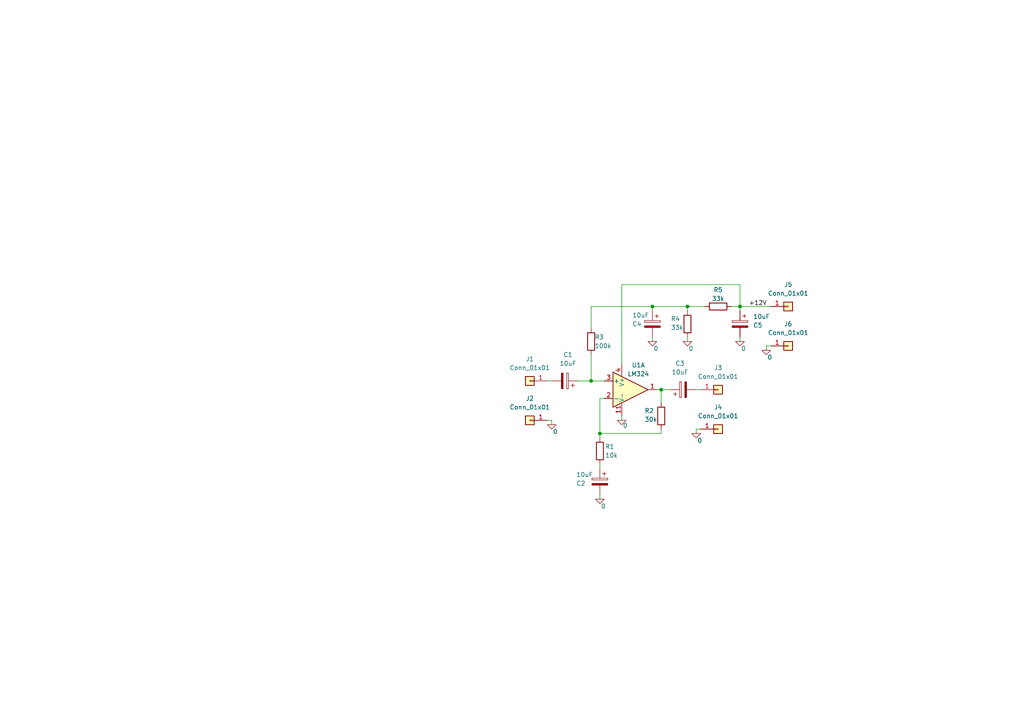
<source format=kicad_sch>
(kicad_sch (version 20250114) (generator "eeschema") (generator_version "9.0")
  (paper "A4")
  (lib_symbols
    (symbol "Amplifier_Operational:LM324" (pin_names (offset 0.127))
      (property "Reference" "U" (at 0 5.08 0))
      (property "Value" "LM324" (at 0 -5.08 0))
      (symbol "LM324_1_1"
        (polyline (pts (xy -5.08 5.08) (xy 5.08 0) (xy -5.08 -5.08) (xy -5.08 5.08)) (stroke (width 0.254)) (fill (type background)))
        (pin input line (at -7.62 2.54 0) (length 2.54) (name "+") (number "3"))
        (pin input line (at -7.62 -2.54 0) (length 2.54) (name "-") (number "2"))
        (pin output line (at 7.62 0 180) (length 2.54) (name "~") (number "1"))
      )
      (symbol "LM324_2_1"
        (polyline (pts (xy -5.08 5.08) (xy 5.08 0) (xy -5.08 -5.08) (xy -5.08 5.08)) (stroke (width 0.254)) (fill (type background)))
        (pin input line (at -7.62 2.54 0) (length 2.54) (name "+") (number "5"))
        (pin input line (at -7.62 -2.54 0) (length 2.54) (name "-") (number "6"))
        (pin output line (at 7.62 0 180) (length 2.54) (name "~") (number "7"))
      )
      (symbol "LM324_3_1"
        (polyline (pts (xy -5.08 5.08) (xy 5.08 0) (xy -5.08 -5.08) (xy -5.08 5.08)) (stroke (width 0.254)) (fill (type background)))
        (pin input line (at -7.62 2.54 0) (length 2.54) (name "+") (number "10"))
        (pin input line (at -7.62 -2.54 0) (length 2.54) (name "-") (number "9"))
        (pin output line (at 7.62 0 180) (length 2.54) (name "~") (number "8"))
      )
      (symbol "LM324_4_1"
        (polyline (pts (xy -5.08 5.08) (xy 5.08 0) (xy -5.08 -5.08) (xy -5.08 5.08)) (stroke (width 0.254)) (fill (type background)))
        (pin input line (at -7.62 2.54 0) (length 2.54) (name "+") (number "12"))
        (pin input line (at -7.62 -2.54 0) (length 2.54) (name "-") (number "13"))
        (pin output line (at 7.62 0 180) (length 2.54) (name "~") (number "14"))
      )
      (symbol "LM324_5_1"
        (pin power_in line (at -2.54 7.62 270) (length 3.81) (name "V+") (number "4"))
        (pin power_in line (at -2.54 -7.62 90) (length 3.81) (name "V-") (number "11"))
      )
    )
    (symbol "Connector_Generic:Conn_01x01" (pin_names (offset 1.016) (hide yes))
      (property "Reference" "J" (at 0 2.54 0))
      (property "Value" "Conn_01x01" (at 0 -2.54 0))
      (symbol "Conn_01x01_1_1"
        (rectangle (start -1.27 1.27) (end 1.27 -1.27) (stroke (width 0.254)) (fill (type background)))
        (rectangle (start -1.27 0.127) (end 0 -0.127) (stroke (width 0.1524)))
        (pin passive line (at -5.08 0 0) (length 3.81) (name "Pin_1") (number "1"))
      )
    )
    (symbol "Device:C_Polarized" (pin_numbers (hide yes)) (pin_names (offset 0.254))
      (property "Reference" "C" (at 0.635 2.54 0))
      (property "Value" "C_Polarized" (at 0.635 -2.54 0))
      (symbol "C_Polarized_0_1"
        (rectangle (start -2.286 0.508) (end 2.286 1.016))
        (polyline (pts (xy -1.778 2.286) (xy -0.762 2.286)))
        (polyline (pts (xy -1.27 2.794) (xy -1.27 1.778)))
        (rectangle (start 2.286 -0.508) (end -2.286 -1.016) (fill (type outline)))
      )
      (symbol "C_Polarized_1_1"
        (pin passive line (at 0 3.81 270) (length 2.794) (name "~") (number "1"))
        (pin passive line (at 0 -3.81 90) (length 2.794) (name "~") (number "2"))
      )
    )
    (symbol "Device:R" (pin_numbers (hide yes)) (pin_names (offset 0))
      (property "Reference" "R" (at 2.032 0 90))
      (property "Value" "R" (at 0 0 90))
      (symbol "R_0_1"
        (rectangle (start -1.016 -2.54) (end 1.016 2.54) (stroke (width 0.254)))
      )
      (symbol "R_1_1"
        (pin passive line (at 0 3.81 270) (length 1.27) (name "~") (number "1"))
        (pin passive line (at 0 -3.81 90) (length 1.27) (name "~") (number "2"))
      )
    )
    (symbol "Simulation_SPICE:0" (power) (pin_numbers (hide yes)) (pin_names (offset 0) (hide yes))
      (property "Value" "0" (at 0 -2.54 0))
      (symbol "0_0_1"
        (polyline (pts (xy -1.27 0) (xy 0 -1.27) (xy 1.27 0) (xy -1.27 0)))
      )
      (symbol "0_1_1"
        (pin power_in line (at 0 0 0) (length 0) (name "~") (number "1"))
      )
    )
  )
  (junction (at 214.63 88.9))
  (junction (at 173.99 125.73))
  (junction (at 191.77 113.03))
  (junction (at 189.23 88.9))
  (junction (at 199.39 88.9))
  (junction (at 171.45 110.49))
  (wire (pts (xy 199.39 88.9) (xy 204.47 88.9)))
  (wire (pts (xy 160.02 121.92) (xy 160.02 123.19)))
  (wire (pts (xy 171.45 102.87) (xy 171.45 110.49)))
  (wire (pts (xy 189.23 97.79) (xy 189.23 99.06)))
  (wire (pts (xy 180.34 120.65) (xy 180.34 121.92)))
  (wire (pts (xy 173.99 115.57) (xy 173.99 125.73)))
  (wire (pts (xy 189.23 88.9) (xy 189.23 90.17)))
  (wire (pts (xy 180.34 82.55) (xy 180.34 105.41)))
  (wire (pts (xy 173.99 125.73) (xy 191.77 125.73)))
  (wire (pts (xy 222.25 100.33) (xy 222.25 101.6)))
  (wire (pts (xy 171.45 110.49) (xy 175.26 110.49)))
  (wire (pts (xy 190.5 113.03) (xy 191.77 113.03)))
  (wire (pts (xy 158.75 121.92) (xy 160.02 121.92)))
  (wire (pts (xy 214.63 88.9) (xy 214.63 82.55)))
  (wire (pts (xy 214.63 82.55) (xy 180.34 82.55)))
  (wire (pts (xy 171.45 88.9) (xy 189.23 88.9)))
  (wire (pts (xy 199.39 90.17) (xy 199.39 88.9)))
  (wire (pts (xy 173.99 125.73) (xy 173.99 127)))
  (wire (pts (xy 173.99 134.62) (xy 173.99 135.89)))
  (wire (pts (xy 158.75 110.49) (xy 160.02 110.49)))
  (wire (pts (xy 191.77 113.03) (xy 194.31 113.03)))
  (wire (pts (xy 212.09 88.9) (xy 214.63 88.9)))
  (wire (pts (xy 201.93 113.03) (xy 203.2 113.03)))
  (wire (pts (xy 203.2 124.46) (xy 201.93 124.46)))
  (wire (pts (xy 199.39 97.79) (xy 199.39 99.06)))
  (wire (pts (xy 214.63 88.9) (xy 223.52 88.9)))
  (wire (pts (xy 167.64 110.49) (xy 171.45 110.49)))
  (wire (pts (xy 214.63 97.79) (xy 214.63 99.06)))
  (wire (pts (xy 201.93 124.46) (xy 201.93 125.73)))
  (wire (pts (xy 214.63 88.9) (xy 214.63 90.17)))
  (wire (pts (xy 173.99 143.51) (xy 173.99 144.78)))
  (wire (pts (xy 191.77 124.46) (xy 191.77 125.73)))
  (wire (pts (xy 175.26 115.57) (xy 173.99 115.57)))
  (wire (pts (xy 191.77 113.03) (xy 191.77 116.84)))
  (wire (pts (xy 199.39 88.9) (xy 189.23 88.9)))
  (wire (pts (xy 223.52 100.33) (xy 222.25 100.33)))
  (wire (pts (xy 171.45 95.25) (xy 171.45 88.9)))
  (label "+12V" (at 217.17 88.9 0))
  (symbol (lib_id "Device:R") (at 199.39 93.98 0) (unit 1)
    (property "Reference" "R4" (at 194.564 92.456 0) (effects (justify left)))
    (property "Value" "33k" (at 194.564 94.996 0) (effects (justify left)))
    (property "Footprint" "Resistor_THT:R_Axial_DIN0207_L6.3mm_D2.5mm_P7.62mm_Horizontal" (effects (hide yes)))
    (property "Description" "Resistor" (effects (hide yes)))
  )
  (symbol (lib_id "Connector_Generic:Conn_01x01") (at 228.6 88.9 0) (unit 1)
    (property "Reference" "J5" (at 228.6 82.55 0))
    (property "Value" "Conn_01x01" (at 228.6 85.09 0))
    (property "Footprint" "Connector_PinHeader_2.54mm:PinHeader_1x01_P2.54mm_Vertical" (effects (hide yes)))
    (property "Description" "Generic connector, single row, 01x01, script generated (kicad-library-utils/schlib/autogen/connector/)" (effects (hide yes)))
  )
  (symbol (lib_id "Connector_Generic:Conn_01x01") (at 153.67 121.92 0) (mirror y) (unit 1)
    (property "Reference" "J2" (at 153.67 115.57 0))
    (property "Value" "Conn_01x01" (at 153.67 118.11 0))
    (property "Footprint" "Connector_PinHeader_2.54mm:PinHeader_1x01_P2.54mm_Vertical" (effects (hide yes)))
    (property "Description" "Generic connector, single row, 01x01, script generated (kicad-library-utils/schlib/autogen/connector/)" (effects (hide yes)))
  )
  (symbol (lib_id "Amplifier_Operational:LM324") (at 182.88 113.03 0) (unit 1)
    (property "Reference" "U1" (at 185.166 105.918 0))
    (property "Value" "LM324" (at 185.166 108.458 0))
    (property "Footprint" "Package_DIP:DIP-14_W7.62mm" (effects (hide yes)))
    (property "Datasheet" "http://www.ti.com/lit/ds/symlink/lm2902-n.pdf" (effects (hide yes)))
    (property "Description" "Low-Power, Quad-Operational Amplifiers, DIP-14/SOIC-14/SSOP-14" (effects (hide yes)))
  )
  (symbol (lib_id "Simulation_SPICE:0") (at 173.99 144.78 0) (unit 1)
    (property "Reference" "#GND04" (effects (hide yes)))
    (property "Value" "0" (at 175.006 146.812 0))
    (property "Datasheet" "https://ngspice.sourceforge.io/docs/ngspice-html-manual/manual.xhtml#subsec_Circuit_elements__device" (effects (hide yes)))
    (property "Description" "0V reference potential for simulation" (effects (hide yes)))
  )
  (symbol (lib_id "Simulation_SPICE:0") (at 160.02 123.19 0) (unit 1)
    (property "Reference" "#GND01" (effects (hide yes)))
    (property "Value" "0" (at 161.036 125.222 0))
    (property "Datasheet" "https://ngspice.sourceforge.io/docs/ngspice-html-manual/manual.xhtml#subsec_Circuit_elements__device" (effects (hide yes)))
    (property "Description" "0V reference potential for simulation" (effects (hide yes)))
  )
  (symbol (lib_id "Device:C_Polarized") (at 163.83 110.49 270) (mirror x) (unit 1)
    (property "Reference" "C1" (at 164.719 102.87 90))
    (property "Value" "10uF" (at 164.719 105.41 90))
    (property "Footprint" "Capacitor_THT:CP_Radial_D5.0mm_P2.50mm" (effects (hide yes)))
    (property "Description" "Polarized capacitor" (effects (hide yes)))
  )
  (symbol (lib_id "Connector_Generic:Conn_01x01") (at 153.67 110.49 0) (mirror y) (unit 1)
    (property "Reference" "J1" (at 153.67 104.14 0))
    (property "Value" "Conn_01x01" (at 153.67 106.68 0))
    (property "Footprint" "Connector_PinHeader_2.54mm:PinHeader_1x01_P2.54mm_Vertical" (effects (hide yes)))
    (property "Description" "Generic connector, single row, 01x01, script generated (kicad-library-utils/schlib/autogen/connector/)" (effects (hide yes)))
  )
  (symbol (lib_id "Device:R") (at 171.45 99.06 180) (unit 1)
    (property "Reference" "R3" (at 172.466 97.79 0) (effects (justify right)))
    (property "Value" "100k" (at 172.466 100.33 0) (effects (justify right)))
    (property "Footprint" "Resistor_THT:R_Axial_DIN0207_L6.3mm_D2.5mm_P7.62mm_Horizontal" (effects (hide yes)))
    (property "Description" "Resistor" (effects (hide yes)))
  )
  (symbol (lib_id "Simulation_SPICE:0") (at 189.23 99.06 0) (unit 1)
    (property "Reference" "#GND05" (effects (hide yes)))
    (property "Value" "0" (at 190.246 101.092 0))
    (property "Datasheet" "https://ngspice.sourceforge.io/docs/ngspice-html-manual/manual.xhtml#subsec_Circuit_elements__device" (effects (hide yes)))
    (property "Description" "0V reference potential for simulation" (effects (hide yes)))
  )
  (symbol (lib_id "Simulation_SPICE:0") (at 222.25 101.6 0) (unit 1)
    (property "Reference" "#GND08" (effects (hide yes)))
    (property "Value" "0" (at 223.266 103.632 0))
    (property "Datasheet" "https://ngspice.sourceforge.io/docs/ngspice-html-manual/manual.xhtml#subsec_Circuit_elements__device" (effects (hide yes)))
    (property "Description" "0V reference potential for simulation" (effects (hide yes)))
  )
  (symbol (lib_id "Connector_Generic:Conn_01x01") (at 208.28 113.03 0) (unit 1)
    (property "Reference" "J3" (at 208.28 106.68 0))
    (property "Value" "Conn_01x01" (at 208.28 109.22 0))
    (property "Footprint" "Connector_PinHeader_2.54mm:PinHeader_1x01_P2.54mm_Vertical" (effects (hide yes)))
    (property "Description" "Generic connector, single row, 01x01, script generated (kicad-library-utils/schlib/autogen/connector/)" (effects (hide yes)))
  )
  (symbol (lib_id "Simulation_SPICE:0") (at 180.34 121.92 0) (unit 1)
    (property "Reference" "#GND02" (effects (hide yes)))
    (property "Value" "0" (at 181.356 123.444 0))
    (property "Datasheet" "https://ngspice.sourceforge.io/docs/ngspice-html-manual/manual.xhtml#subsec_Circuit_elements__device" (effects (hide yes)))
    (property "Description" "0V reference potential for simulation" (effects (hide yes)))
  )
  (symbol (lib_id "Simulation_SPICE:0") (at 201.93 125.73 0) (unit 1)
    (property "Reference" "#GND03" (effects (hide yes)))
    (property "Value" "0" (at 202.946 127.762 0))
    (property "Datasheet" "https://ngspice.sourceforge.io/docs/ngspice-html-manual/manual.xhtml#subsec_Circuit_elements__device" (effects (hide yes)))
    (property "Description" "0V reference potential for simulation" (effects (hide yes)))
  )
  (symbol (lib_id "Simulation_SPICE:0") (at 199.39 99.06 0) (unit 1)
    (property "Reference" "#GND06" (effects (hide yes)))
    (property "Value" "0" (at 200.406 101.092 0))
    (property "Datasheet" "https://ngspice.sourceforge.io/docs/ngspice-html-manual/manual.xhtml#subsec_Circuit_elements__device" (effects (hide yes)))
    (property "Description" "0V reference potential for simulation" (effects (hide yes)))
  )
  (symbol (lib_id "Connector_Generic:Conn_01x01") (at 208.28 124.46 0) (unit 1)
    (property "Reference" "J4" (at 208.28 118.11 0))
    (property "Value" "Conn_01x01" (at 208.28 120.65 0))
    (property "Footprint" "Connector_PinHeader_2.54mm:PinHeader_1x01_P2.54mm_Vertical" (effects (hide yes)))
    (property "Description" "Generic connector, single row, 01x01, script generated (kicad-library-utils/schlib/autogen/connector/)" (effects (hide yes)))
  )
  (symbol (lib_id "Simulation_SPICE:0") (at 214.63 99.06 0) (unit 1)
    (property "Reference" "#GND07" (effects (hide yes)))
    (property "Value" "0" (at 215.646 101.092 0))
    (property "Datasheet" "https://ngspice.sourceforge.io/docs/ngspice-html-manual/manual.xhtml#subsec_Circuit_elements__device" (effects (hide yes)))
    (property "Description" "0V reference potential for simulation" (effects (hide yes)))
  )
  (symbol (lib_id "Device:C_Polarized") (at 198.12 113.03 90) (unit 1)
    (property "Reference" "C3" (at 197.231 105.41 90))
    (property "Value" "10uF" (at 197.231 107.95 90))
    (property "Footprint" "Capacitor_THT:CP_Radial_D5.0mm_P2.50mm" (effects (hide yes)))
    (property "Description" "Polarized capacitor" (effects (hide yes)))
  )
  (symbol (lib_id "Amplifier_Operational:LM324") (at 182.88 113.03 0) (unit 5)
    (property "Reference" "U1" (effects (hide yes)))
    (property "Value" "LM324" (effects (hide yes)))
    (property "Footprint" "Package_DIP:DIP-14_W7.62mm" (effects (hide yes)))
    (property "Datasheet" "http://www.ti.com/lit/ds/symlink/lm2902-n.pdf" (effects (hide yes)))
    (property "Description" "Low-Power, Quad-Operational Amplifiers, DIP-14/SOIC-14/SSOP-14" (effects (hide yes)))
  )
  (symbol (lib_id "Connector_Generic:Conn_01x01") (at 228.6 100.33 0) (unit 1)
    (property "Reference" "J6" (at 228.6 93.98 0))
    (property "Value" "Conn_01x01" (at 228.6 96.52 0))
    (property "Footprint" "Connector_PinHeader_2.54mm:PinHeader_1x01_P2.54mm_Vertical" (effects (hide yes)))
    (property "Description" "Generic connector, single row, 01x01, script generated (kicad-library-utils/schlib/autogen/connector/)" (effects (hide yes)))
  )
  (symbol (lib_id "Device:R") (at 208.28 88.9 90) (unit 1)
    (property "Reference" "R5" (at 208.28 84.074 90))
    (property "Value" "33k" (at 208.28 86.614 90))
    (property "Footprint" "Resistor_THT:R_Axial_DIN0207_L6.3mm_D2.5mm_P7.62mm_Horizontal" (effects (hide yes)))
    (property "Description" "Resistor" (effects (hide yes)))
  )
  (symbol (lib_id "Device:C_Polarized") (at 189.23 93.98 0) (mirror y) (unit 1)
    (property "Reference" "C4" (at 183.388 93.98 0) (effects (justify right)))
    (property "Value" "10uF" (at 183.388 91.44 0) (effects (justify right)))
    (property "Footprint" "Capacitor_THT:CP_Radial_D5.0mm_P2.50mm" (effects (hide yes)))
    (property "Description" "Polarized capacitor" (effects (hide yes)))
  )
  (symbol (lib_id "Device:C_Polarized") (at 214.63 93.98 0) (mirror y) (unit 1)
    (property "Reference" "C5" (at 218.44 94.3611 0) (effects (justify right)))
    (property "Value" "10uF" (at 218.44 91.8211 0) (effects (justify right)))
    (property "Footprint" "Capacitor_THT:CP_Radial_D5.0mm_P2.50mm" (effects (hide yes)))
    (property "Description" "Polarized capacitor" (effects (hide yes)))
  )
  (symbol (lib_id "Device:C_Polarized") (at 173.99 139.7 0) (mirror y) (unit 1)
    (property "Reference" "C2" (at 167.132 140.208 0) (effects (justify right)))
    (property "Value" "10uF" (at 167.132 137.668 0) (effects (justify right)))
    (property "Footprint" "Capacitor_THT:CP_Radial_D5.0mm_P2.50mm" (effects (hide yes)))
    (property "Description" "Polarized capacitor" (effects (hide yes)))
  )
  (symbol (lib_id "Device:R") (at 191.77 120.65 0) (unit 1)
    (property "Reference" "R2" (at 186.944 119.126 0) (effects (justify left)))
    (property "Value" "30k" (at 186.944 121.666 0) (effects (justify left)))
    (property "Footprint" "Resistor_THT:R_Axial_DIN0207_L6.3mm_D2.5mm_P7.62mm_Horizontal" (effects (hide yes)))
    (property "Description" "Resistor" (effects (hide yes)))
  )
  (symbol (lib_id "Device:R") (at 173.99 130.81 0) (unit 1)
    (property "Reference" "R1" (at 175.514 129.54 0) (effects (justify left)))
    (property "Value" "10k" (at 175.514 132.08 0) (effects (justify left)))
    (property "Footprint" "Resistor_THT:R_Axial_DIN0207_L6.3mm_D2.5mm_P7.62mm_Horizontal" (effects (hide yes)))
    (property "Description" "Resistor" (effects (hide yes)))
  )
)
</source>
